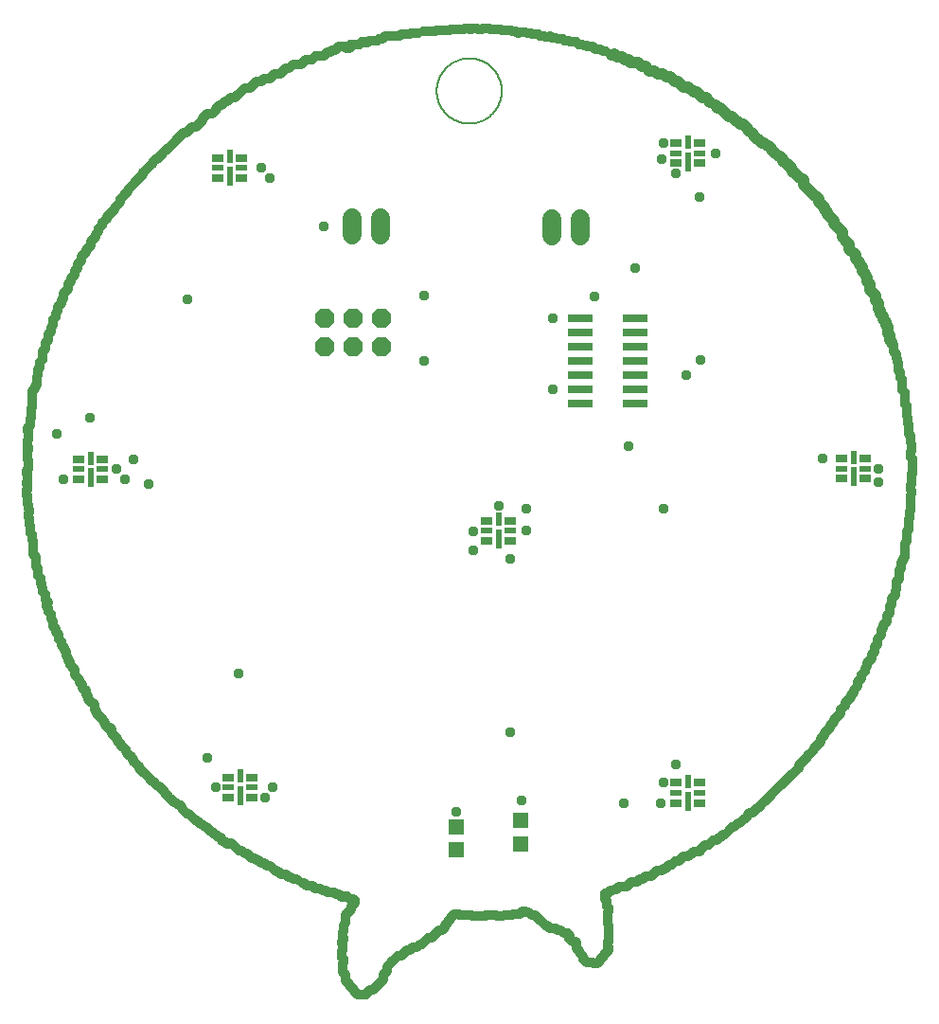
<source format=gts>
G75*
%MOIN*%
%OFA0B0*%
%FSLAX25Y25*%
%IPPOS*%
%LPD*%
%AMOC8*
5,1,8,0,0,1.08239X$1,22.5*
%
%ADD10C,0.04000*%
%ADD11C,0.03200*%
%ADD12C,0.00800*%
%ADD13R,0.08600X0.03000*%
%ADD14R,0.03950X0.02769*%
%ADD15R,0.03950X0.01981*%
%ADD16R,0.01981X0.04737*%
%ADD17R,0.01981X0.06706*%
%ADD18R,0.05524X0.05524*%
%ADD19C,0.06800*%
%ADD20OC8,0.06800*%
%ADD21C,0.03778*%
D10*
X0271455Y0316976D02*
X0271947Y0316976D01*
X0273177Y0315746D01*
X0273915Y0315746D01*
X0275146Y0314516D01*
X0275392Y0314516D01*
X0276376Y0313531D01*
X0276376Y0313285D01*
X0277360Y0312301D01*
X0277606Y0312301D01*
X0279083Y0310825D01*
X0279575Y0310825D01*
X0280559Y0309841D01*
X0280559Y0309348D01*
X0281789Y0308118D01*
X0282035Y0308118D01*
X0282774Y0307380D01*
X0282774Y0307134D01*
X0283020Y0307134D01*
X0284004Y0306150D01*
X0284004Y0305657D01*
X0284742Y0304919D01*
X0284988Y0304919D01*
X0286465Y0303443D01*
X0286957Y0303443D01*
X0287941Y0302459D01*
X0287941Y0300982D01*
X0289171Y0299752D01*
X0289171Y0299506D01*
X0291878Y0296799D01*
X0292124Y0296799D01*
X0293108Y0295815D01*
X0293108Y0295077D01*
X0295077Y0293108D01*
X0295323Y0293108D01*
X0295323Y0292124D01*
X0296061Y0291386D01*
X0296061Y0290648D01*
X0298522Y0288187D01*
X0298522Y0287203D01*
X0301474Y0284250D01*
X0301474Y0282528D01*
X0302951Y0281051D01*
X0302951Y0280805D01*
X0303935Y0279821D01*
X0303935Y0278344D01*
X0306150Y0276130D01*
X0306150Y0274900D01*
X0307380Y0273669D01*
X0307380Y0272931D01*
X0308364Y0271947D01*
X0308364Y0270470D01*
X0309348Y0269486D01*
X0309348Y0269240D01*
X0310333Y0268256D01*
X0310333Y0267026D01*
X0311317Y0266041D01*
X0311317Y0263827D01*
X0313285Y0261858D01*
X0313285Y0260136D01*
X0314270Y0259152D01*
X0314270Y0257183D01*
X0315008Y0256445D01*
X0315008Y0255707D01*
X0315992Y0254722D01*
X0315992Y0253492D01*
X0316976Y0252508D01*
X0316976Y0251524D01*
X0317469Y0251031D01*
X0317469Y0248571D01*
X0318207Y0247833D01*
X0318207Y0246356D01*
X0318945Y0245618D01*
X0318945Y0245126D01*
X0271455Y0316976D02*
X0270224Y0318207D01*
X0270224Y0318453D01*
X0268256Y0320421D01*
X0268256Y0320667D01*
X0266533Y0322390D01*
X0265549Y0322390D01*
X0264565Y0323374D01*
X0264073Y0323374D01*
X0262350Y0325096D01*
X0261366Y0325096D01*
X0258413Y0328049D01*
X0257429Y0328049D01*
X0256691Y0328787D01*
X0254969Y0330018D02*
X0253492Y0331494D01*
X0252262Y0331494D01*
X0250293Y0333463D01*
X0249063Y0333463D01*
X0247094Y0335431D01*
X0245618Y0335431D01*
X0243650Y0337400D01*
X0242419Y0337400D01*
X0240943Y0338876D01*
X0239467Y0338876D01*
X0238236Y0340106D01*
X0237498Y0340106D01*
X0237252Y0339860D01*
X0236514Y0339860D01*
X0235283Y0341091D01*
X0233561Y0341091D01*
X0232085Y0342567D01*
X0230854Y0342567D01*
X0229378Y0344043D01*
X0226917Y0344043D01*
X0226179Y0344781D01*
X0224949Y0344781D01*
X0223719Y0346012D01*
X0222242Y0346012D01*
X0221258Y0346996D01*
X0221012Y0346750D01*
X0220274Y0346750D01*
D11*
X0068945Y0081494D02*
X0070667Y0079772D01*
X0071159Y0079772D01*
X0073374Y0077557D01*
X0073620Y0077557D01*
X0074112Y0077065D01*
X0074358Y0077065D01*
X0075343Y0076081D01*
X0075835Y0076081D01*
X0077065Y0074850D01*
X0077557Y0074850D01*
X0078049Y0074358D01*
X0078049Y0074112D01*
X0079033Y0073128D01*
X0079526Y0073128D01*
X0080510Y0072144D01*
X0080756Y0072144D01*
X0081740Y0071159D01*
X0082478Y0071159D01*
X0082724Y0070913D01*
X0082724Y0070421D01*
X0083217Y0069929D01*
X0083955Y0069929D01*
X0084939Y0068945D01*
X0085185Y0069191D01*
X0086169Y0069191D01*
X0086907Y0068453D01*
X0087154Y0068453D01*
X0088876Y0066730D01*
X0089860Y0066730D01*
X0091091Y0065500D01*
X0091829Y0065500D01*
X0093551Y0063778D01*
X0094535Y0063778D01*
X0095028Y0063285D01*
X0095766Y0063285D01*
X0096750Y0062301D01*
X0097980Y0062301D01*
X0098965Y0061317D01*
X0099703Y0061317D01*
X0100195Y0060825D01*
X0100441Y0060825D01*
X0101179Y0060087D01*
X0101425Y0060087D01*
X0102163Y0059348D01*
X0102902Y0059348D01*
X0103886Y0058364D01*
X0105362Y0058364D01*
X0106346Y0057380D01*
X0107331Y0057380D01*
X0108069Y0056642D01*
X0109299Y0056642D01*
X0109791Y0056150D01*
X0111022Y0055411D02*
X0112006Y0055411D01*
X0112990Y0054427D01*
X0114713Y0054427D01*
X0115697Y0053443D01*
X0117419Y0053443D01*
X0118404Y0052459D01*
X0119634Y0052459D01*
X0120126Y0051967D01*
X0122587Y0051967D01*
X0123325Y0051228D01*
X0124309Y0051228D01*
X0125293Y0050244D01*
X0125785Y0050244D01*
X0126031Y0050490D01*
X0127262Y0050490D01*
X0128000Y0049752D01*
X0129230Y0049752D01*
X0129722Y0049260D01*
X0129722Y0048276D01*
X0128492Y0047045D01*
X0128492Y0046061D01*
X0126524Y0044093D01*
X0126524Y0041140D01*
X0125785Y0040402D01*
X0125785Y0038187D01*
X0125539Y0037941D01*
X0125539Y0036219D01*
X0125785Y0035972D01*
X0125785Y0035234D01*
X0125293Y0034742D01*
X0125293Y0034004D01*
X0125539Y0033758D01*
X0125539Y0031543D01*
X0125293Y0031297D01*
X0125293Y0029083D01*
X0125785Y0028591D01*
X0125785Y0027114D01*
X0125539Y0026868D01*
X0125539Y0023915D01*
X0126524Y0022931D01*
X0126524Y0020963D01*
X0128000Y0019486D01*
X0128000Y0019240D01*
X0129476Y0017764D01*
X0129476Y0017272D01*
X0130707Y0016041D01*
X0132429Y0016041D01*
X0132675Y0015795D01*
X0133659Y0015795D01*
X0133906Y0016041D01*
X0133906Y0016287D01*
X0135136Y0017518D01*
X0136120Y0017518D01*
X0139811Y0021209D01*
X0139811Y0022931D01*
X0141041Y0024161D01*
X0141041Y0025638D01*
X0142518Y0027114D01*
X0142518Y0027360D01*
X0143256Y0028098D01*
X0143502Y0028098D01*
X0144978Y0029575D01*
X0146209Y0029575D01*
X0148177Y0031543D01*
X0149161Y0031543D01*
X0150146Y0032528D01*
X0151622Y0032528D01*
X0152852Y0033758D01*
X0153344Y0033758D01*
X0155559Y0035972D01*
X0156789Y0035972D01*
X0159496Y0038679D01*
X0160480Y0038679D01*
X0161465Y0039663D01*
X0161465Y0040156D01*
X0162449Y0041140D01*
X0162449Y0041632D01*
X0163433Y0042616D01*
X0163433Y0043108D01*
X0163925Y0043600D01*
X0164171Y0043600D01*
X0164909Y0044339D01*
X0166386Y0044339D01*
X0166632Y0044093D01*
X0170815Y0044093D01*
X0171307Y0043600D01*
X0175736Y0043600D01*
X0175982Y0043846D01*
X0179673Y0043846D01*
X0179919Y0043600D01*
X0181888Y0043600D01*
X0182380Y0044093D01*
X0185333Y0044093D01*
X0185579Y0044339D01*
X0187793Y0044339D01*
X0188778Y0045323D01*
X0190008Y0045323D01*
X0190254Y0045077D01*
X0190992Y0045077D01*
X0192222Y0043846D01*
X0193207Y0043846D01*
X0195175Y0041878D01*
X0195421Y0041878D01*
X0196898Y0040402D01*
X0197636Y0040402D01*
X0198620Y0039417D01*
X0200343Y0039417D01*
X0201081Y0038679D01*
X0202311Y0038679D01*
X0203541Y0037449D01*
X0204772Y0037449D01*
X0205510Y0036711D01*
X0205510Y0035972D01*
X0205264Y0035726D01*
X0205264Y0035480D01*
X0205510Y0035480D01*
X0206494Y0034496D01*
X0207478Y0034496D01*
X0207724Y0034250D01*
X0207724Y0032281D01*
X0208709Y0031297D01*
X0208709Y0030805D01*
X0210185Y0029329D01*
X0210185Y0028344D01*
X0210431Y0028344D01*
X0211415Y0027360D01*
X0211907Y0027360D01*
X0212154Y0027114D01*
X0213630Y0027114D01*
X0213876Y0026868D01*
X0215106Y0026868D01*
X0216337Y0028098D01*
X0216337Y0028344D01*
X0217567Y0029575D01*
X0217567Y0030067D01*
X0219043Y0031543D01*
X0219043Y0032528D01*
X0218797Y0032774D01*
X0218797Y0034496D01*
X0219043Y0034742D01*
X0219043Y0038925D01*
X0219289Y0039171D01*
X0219289Y0040402D01*
X0218797Y0040894D01*
X0218797Y0045077D01*
X0219043Y0045323D01*
X0219043Y0046553D01*
X0218551Y0047045D01*
X0218551Y0049014D01*
X0217813Y0049752D01*
X0217813Y0051474D01*
X0218797Y0051474D01*
X0219781Y0052459D01*
X0220520Y0052459D01*
X0221012Y0052951D01*
X0221996Y0052951D01*
X0222980Y0053935D01*
X0225441Y0053935D01*
X0227163Y0055657D01*
X0229132Y0055657D01*
X0230116Y0056642D01*
X0231100Y0056642D01*
X0232085Y0057626D01*
X0234299Y0057626D01*
X0236268Y0059594D01*
X0237744Y0059594D01*
X0238482Y0060333D01*
X0239220Y0060333D01*
X0240451Y0061563D01*
X0241435Y0061563D01*
X0242665Y0062793D01*
X0243896Y0062793D01*
X0245618Y0064516D01*
X0247094Y0064516D01*
X0247833Y0065254D01*
X0248325Y0065254D01*
X0249309Y0066238D01*
X0251031Y0066238D01*
X0251524Y0066730D01*
X0251524Y0066976D01*
X0253246Y0068699D01*
X0254476Y0068699D01*
X0255953Y0070175D01*
X0257183Y0070175D01*
X0258167Y0071159D01*
X0258413Y0071159D01*
X0259398Y0072144D01*
X0260136Y0072144D01*
X0261366Y0073620D02*
X0262596Y0074850D01*
X0263335Y0074850D01*
X0264811Y0076327D01*
X0265303Y0076327D01*
X0267026Y0078049D01*
X0267518Y0078049D01*
X0268256Y0078787D01*
X0268256Y0079280D01*
X0268994Y0080018D01*
X0269732Y0080018D01*
X0271455Y0081740D01*
X0271947Y0081740D01*
X0272685Y0082478D01*
X0272685Y0082724D01*
X0273915Y0083955D01*
X0274161Y0083955D01*
X0276376Y0086169D01*
X0276376Y0086415D01*
X0279575Y0089614D01*
X0279821Y0089614D01*
X0283758Y0093551D01*
X0284004Y0093551D01*
X0286219Y0095766D01*
X0286219Y0096504D01*
X0289171Y0099457D01*
X0289171Y0099949D01*
X0289909Y0100687D01*
X0290156Y0100687D01*
X0291632Y0102163D01*
X0291632Y0102656D01*
X0293846Y0104870D01*
X0293846Y0105854D01*
X0295323Y0107331D01*
X0295323Y0108069D01*
X0297045Y0109791D01*
X0297045Y0110530D01*
X0298522Y0112006D01*
X0298522Y0112498D01*
X0300982Y0114959D01*
X0300982Y0116189D01*
X0302459Y0117665D01*
X0302459Y0118650D01*
X0304427Y0120618D01*
X0304427Y0121356D01*
X0305411Y0122341D01*
X0305411Y0123079D01*
X0306888Y0124555D01*
X0306888Y0126031D01*
X0308118Y0127262D01*
X0308118Y0128492D01*
X0309348Y0129722D01*
X0309348Y0130461D01*
X0310333Y0131445D01*
X0310333Y0132675D01*
X0311809Y0134152D01*
X0311809Y0135628D01*
X0312793Y0136612D01*
X0312793Y0138335D01*
X0313778Y0139319D01*
X0313778Y0141041D01*
X0315254Y0142518D01*
X0315254Y0144240D01*
X0315992Y0144978D01*
X0315992Y0145963D01*
X0317222Y0147193D01*
X0317222Y0149407D01*
X0318207Y0150392D01*
X0318207Y0152606D01*
X0318945Y0153344D01*
X0318945Y0155313D01*
X0320175Y0156543D01*
X0320175Y0158020D01*
X0320667Y0158512D01*
X0320667Y0161219D01*
X0321652Y0162203D01*
X0321652Y0165402D01*
X0322144Y0165894D01*
X0322144Y0167862D01*
X0322882Y0168600D01*
X0322882Y0169339D01*
X0323374Y0169831D01*
X0323374Y0174752D01*
X0324112Y0175490D01*
X0324112Y0178935D01*
X0324850Y0179673D01*
X0324850Y0183364D01*
X0325096Y0183610D01*
X0325096Y0186071D01*
X0325343Y0186317D01*
X0325343Y0191730D01*
X0325835Y0192222D01*
X0325835Y0193207D01*
X0325589Y0193453D01*
X0325589Y0195421D01*
X0325835Y0195667D01*
X0325835Y0199112D01*
X0326081Y0199358D01*
X0326081Y0204526D01*
X0325589Y0205018D01*
X0325589Y0206986D01*
X0325835Y0207232D01*
X0325835Y0209693D01*
X0325343Y0210185D01*
X0325343Y0212646D01*
X0324850Y0213138D01*
X0324850Y0216583D01*
X0324604Y0216829D01*
X0324604Y0219043D01*
X0324112Y0219535D01*
X0324112Y0223226D01*
X0323620Y0223719D01*
X0323620Y0224703D01*
X0323374Y0224949D01*
X0323374Y0227902D01*
X0322636Y0228640D01*
X0322636Y0230608D01*
X0322390Y0230854D01*
X0322390Y0232577D01*
X0321898Y0233069D01*
X0321898Y0235037D01*
X0321159Y0235776D01*
X0321159Y0238236D01*
X0320913Y0238482D01*
X0320913Y0239467D01*
X0320421Y0239959D01*
X0320421Y0241435D01*
X0319437Y0242419D01*
X0319437Y0244634D01*
X0318945Y0245126D01*
X0218305Y0347980D02*
X0217075Y0347980D01*
X0216337Y0348719D01*
X0214614Y0348719D01*
X0213630Y0349703D01*
X0211661Y0349703D01*
X0211415Y0349949D01*
X0210431Y0349949D01*
X0209939Y0350441D01*
X0208463Y0350441D01*
X0207724Y0351179D01*
X0205510Y0351179D01*
X0205018Y0351671D01*
X0203541Y0351671D01*
X0203049Y0352163D01*
X0201081Y0352163D01*
X0200589Y0352656D01*
X0199112Y0352656D01*
X0198620Y0353148D01*
X0198374Y0352902D01*
X0196898Y0352902D01*
X0196406Y0353394D01*
X0194929Y0353394D01*
X0194437Y0353886D01*
X0192222Y0353886D01*
X0191976Y0354132D01*
X0190500Y0354132D01*
X0190008Y0354624D01*
X0187793Y0354624D01*
X0187547Y0354378D01*
X0187055Y0354378D01*
X0186563Y0354870D01*
X0185087Y0354870D01*
X0184841Y0355116D01*
X0183610Y0355116D01*
X0183364Y0355362D01*
X0181396Y0355362D01*
X0181150Y0355608D01*
X0177459Y0355608D01*
X0177213Y0355854D01*
X0174752Y0355854D01*
X0174506Y0355608D01*
X0173030Y0355608D01*
X0172783Y0355854D01*
X0171061Y0355854D01*
X0170815Y0355608D01*
X0170323Y0355608D01*
X0170077Y0355854D01*
X0168354Y0355854D01*
X0168108Y0355608D01*
X0163433Y0355608D01*
X0163187Y0355362D01*
X0161465Y0355362D01*
X0161219Y0355116D01*
X0158512Y0355116D01*
X0158266Y0354870D01*
X0153837Y0354870D01*
X0152114Y0354378D02*
X0149654Y0354378D01*
X0149161Y0353886D01*
X0146209Y0353886D01*
X0145470Y0353148D01*
X0140549Y0353148D01*
X0139565Y0352163D01*
X0138335Y0352163D01*
X0137843Y0351671D01*
X0134890Y0351671D01*
X0134152Y0350933D01*
X0133659Y0350933D01*
X0133413Y0351179D01*
X0132183Y0351179D01*
X0131445Y0350441D01*
X0128246Y0350441D01*
X0128738Y0349949D01*
X0128738Y0349703D01*
X0128000Y0348965D01*
X0126770Y0348965D01*
X0126278Y0349457D01*
X0124063Y0349457D01*
X0122833Y0348226D01*
X0121848Y0348226D01*
X0121110Y0347488D01*
X0120126Y0347488D01*
X0118896Y0346258D01*
X0115943Y0346258D01*
X0114713Y0345028D01*
X0112498Y0345028D01*
X0110776Y0343305D01*
X0108069Y0343305D01*
X0106593Y0341829D01*
X0105362Y0341829D01*
X0103640Y0340106D01*
X0101671Y0340106D01*
X0099703Y0338138D01*
X0097734Y0338138D01*
X0096750Y0337154D01*
X0095028Y0337154D01*
X0092813Y0334939D01*
X0091091Y0334939D01*
X0088630Y0332478D01*
X0088384Y0332478D01*
X0087400Y0331494D01*
X0086169Y0331494D01*
X0084939Y0330264D01*
X0084201Y0330264D01*
X0082970Y0329033D01*
X0082232Y0329033D01*
X0080756Y0327557D01*
X0080756Y0327065D01*
X0079526Y0325835D01*
X0077803Y0325835D01*
X0076081Y0324112D01*
X0076081Y0323620D01*
X0073866Y0321406D01*
X0072636Y0321406D01*
X0070421Y0319191D01*
X0069437Y0319191D01*
X0066976Y0316730D01*
X0066976Y0316484D01*
X0064516Y0314024D01*
X0064270Y0314024D01*
X0063285Y0313039D01*
X0063039Y0313039D01*
X0062301Y0312301D01*
X0062301Y0311809D01*
X0060333Y0309841D01*
X0059594Y0309841D01*
X0058364Y0308610D01*
X0058364Y0308364D01*
X0055165Y0305165D01*
X0055165Y0304673D01*
X0052213Y0301720D01*
X0052213Y0301474D01*
X0049752Y0299014D01*
X0049752Y0298522D01*
X0048522Y0297291D01*
X0048522Y0297045D01*
X0047291Y0295815D01*
X0047291Y0294831D01*
X0045077Y0292616D01*
X0045077Y0292370D01*
X0042370Y0289663D01*
X0042370Y0288925D01*
X0040894Y0287449D01*
X0040894Y0286711D01*
X0039663Y0285480D01*
X0039663Y0284496D01*
X0038433Y0283266D01*
X0038433Y0282528D01*
X0036957Y0281051D01*
X0036957Y0279575D01*
X0035234Y0277852D01*
X0035234Y0277360D01*
X0033512Y0275638D01*
X0033512Y0274407D01*
X0032035Y0272931D01*
X0032035Y0271455D01*
X0031051Y0270470D01*
X0031051Y0269240D01*
X0029821Y0268010D01*
X0029821Y0266780D01*
X0028837Y0265795D01*
X0028837Y0264319D01*
X0027114Y0262596D01*
X0027114Y0260874D01*
X0026376Y0260136D01*
X0026376Y0259152D01*
X0025146Y0257921D01*
X0025146Y0256445D01*
X0024407Y0255707D01*
X0024407Y0254230D01*
X0023669Y0253492D01*
X0023669Y0251524D01*
X0022685Y0250539D01*
X0022685Y0249309D01*
X0021701Y0248325D01*
X0021701Y0246356D01*
X0020717Y0245372D01*
X0020717Y0243157D01*
X0019732Y0242173D01*
X0019732Y0239220D01*
X0018994Y0238482D01*
X0018994Y0236760D01*
X0018256Y0236022D01*
X0018256Y0233807D01*
X0017764Y0233315D01*
X0017764Y0230608D01*
X0017026Y0229870D01*
X0017026Y0229132D01*
X0016287Y0228394D01*
X0016287Y0224211D01*
X0016041Y0223965D01*
X0016041Y0222488D01*
X0015795Y0222242D01*
X0015795Y0218797D01*
X0015549Y0218551D01*
X0015549Y0216337D01*
X0014565Y0215352D01*
X0014565Y0214368D01*
X0014811Y0214122D01*
X0014811Y0211169D01*
X0014565Y0210923D01*
X0014565Y0208955D01*
X0014811Y0208709D01*
X0014811Y0207724D01*
X0014565Y0207478D01*
X0014565Y0204280D01*
X0014811Y0204033D01*
X0014811Y0200835D01*
X0014319Y0200343D01*
X0014319Y0199112D01*
X0014565Y0198866D01*
X0014565Y0196652D01*
X0014319Y0196406D01*
X0014319Y0195667D01*
X0014565Y0195421D01*
X0014565Y0193699D01*
X0014319Y0193453D01*
X0014319Y0191730D01*
X0014565Y0191484D01*
X0014565Y0188531D01*
X0014811Y0188285D01*
X0014811Y0186809D01*
X0015057Y0186563D01*
X0015057Y0185579D01*
X0014811Y0185333D01*
X0014811Y0184102D01*
X0015303Y0183610D01*
X0015303Y0182872D01*
X0015057Y0182626D01*
X0015057Y0181396D01*
X0015549Y0180904D01*
X0015549Y0178443D01*
X0016041Y0177951D01*
X0016041Y0175982D01*
X0016533Y0175490D01*
X0016533Y0171061D01*
X0017518Y0170077D01*
X0017518Y0166632D01*
X0018256Y0165894D01*
X0018256Y0163433D01*
X0019240Y0162449D01*
X0019240Y0160726D01*
X0019486Y0160480D01*
X0019486Y0159496D01*
X0019978Y0159004D01*
X0019978Y0157528D01*
X0020717Y0156789D01*
X0020717Y0155067D01*
X0021701Y0154083D01*
X0021209Y0153591D01*
X0021209Y0152606D01*
X0021947Y0151868D01*
X0021947Y0150638D01*
X0022685Y0149900D01*
X0022685Y0148177D01*
X0023423Y0147439D01*
X0023423Y0145717D01*
X0024654Y0144486D01*
X0024654Y0143502D01*
X0025638Y0142518D01*
X0025638Y0141041D01*
X0026376Y0140303D01*
X0026376Y0139073D01*
X0027360Y0138089D01*
X0027360Y0137350D01*
X0028098Y0136612D01*
X0028098Y0135136D01*
X0028837Y0134398D01*
X0028837Y0133659D01*
X0029575Y0132921D01*
X0029575Y0131937D01*
X0030067Y0131445D01*
X0030067Y0131199D01*
X0031051Y0130215D01*
X0031051Y0128492D01*
X0032774Y0126770D01*
X0032774Y0126031D01*
X0033758Y0125047D01*
X0033758Y0123817D01*
X0034250Y0123325D01*
X0034742Y0123325D01*
X0035234Y0122833D01*
X0035234Y0121602D01*
X0035972Y0120864D01*
X0035972Y0119880D01*
X0037203Y0118650D01*
X0037449Y0118650D01*
X0038187Y0117911D01*
X0038187Y0116435D01*
X0038925Y0115697D01*
X0038925Y0114959D01*
X0041140Y0112744D01*
X0041140Y0112252D01*
X0041878Y0111514D01*
X0041878Y0111022D01*
X0043600Y0109299D01*
X0043600Y0109791D01*
X0044093Y0109299D01*
X0044093Y0107823D01*
X0045077Y0106839D01*
X0045323Y0106839D01*
X0046307Y0105854D01*
X0046307Y0105116D01*
X0047537Y0103886D01*
X0047537Y0103394D01*
X0048030Y0102902D01*
X0048276Y0102902D01*
X0049014Y0102163D01*
X0049014Y0101671D01*
X0049506Y0101179D01*
X0049506Y0100933D01*
X0050490Y0099949D01*
X0050736Y0099949D01*
X0051228Y0099457D01*
X0051228Y0099211D01*
X0051967Y0098472D01*
X0051967Y0097980D01*
X0053689Y0096258D01*
X0053689Y0095766D01*
X0055657Y0093797D01*
X0055904Y0093797D01*
X0057626Y0092075D01*
X0057626Y0091829D01*
X0058364Y0091091D01*
X0058856Y0091091D01*
X0059594Y0090352D01*
X0059594Y0090106D01*
X0060579Y0089122D01*
X0060825Y0089122D01*
X0062793Y0087154D01*
X0062793Y0086907D01*
X0063531Y0086169D01*
X0063778Y0086169D01*
X0064270Y0085677D01*
X0064270Y0085431D01*
X0064762Y0084939D01*
X0065008Y0084939D01*
X0066238Y0083709D01*
X0066484Y0083709D01*
X0067715Y0082478D01*
X0068453Y0082478D01*
X0068945Y0081986D01*
X0068945Y0081494D01*
D12*
X0158617Y0333955D02*
X0158620Y0334236D01*
X0158631Y0334517D01*
X0158648Y0334798D01*
X0158672Y0335078D01*
X0158703Y0335358D01*
X0158741Y0335637D01*
X0158786Y0335914D01*
X0158837Y0336191D01*
X0158895Y0336466D01*
X0158960Y0336740D01*
X0159032Y0337012D01*
X0159110Y0337282D01*
X0159195Y0337550D01*
X0159287Y0337816D01*
X0159385Y0338079D01*
X0159489Y0338341D01*
X0159600Y0338599D01*
X0159717Y0338855D01*
X0159841Y0339108D01*
X0159970Y0339357D01*
X0160106Y0339604D01*
X0160247Y0339847D01*
X0160395Y0340086D01*
X0160548Y0340322D01*
X0160707Y0340554D01*
X0160872Y0340782D01*
X0161043Y0341006D01*
X0161218Y0341225D01*
X0161399Y0341440D01*
X0161586Y0341651D01*
X0161777Y0341857D01*
X0161974Y0342058D01*
X0162175Y0342255D01*
X0162381Y0342446D01*
X0162592Y0342633D01*
X0162807Y0342814D01*
X0163026Y0342989D01*
X0163250Y0343160D01*
X0163478Y0343325D01*
X0163710Y0343484D01*
X0163946Y0343637D01*
X0164185Y0343785D01*
X0164428Y0343926D01*
X0164675Y0344062D01*
X0164924Y0344191D01*
X0165177Y0344315D01*
X0165433Y0344432D01*
X0165691Y0344543D01*
X0165953Y0344647D01*
X0166216Y0344745D01*
X0166482Y0344837D01*
X0166750Y0344922D01*
X0167020Y0345000D01*
X0167292Y0345072D01*
X0167566Y0345137D01*
X0167841Y0345195D01*
X0168118Y0345246D01*
X0168395Y0345291D01*
X0168674Y0345329D01*
X0168954Y0345360D01*
X0169234Y0345384D01*
X0169515Y0345401D01*
X0169796Y0345412D01*
X0170077Y0345415D01*
X0170358Y0345412D01*
X0170639Y0345401D01*
X0170920Y0345384D01*
X0171200Y0345360D01*
X0171480Y0345329D01*
X0171759Y0345291D01*
X0172036Y0345246D01*
X0172313Y0345195D01*
X0172588Y0345137D01*
X0172862Y0345072D01*
X0173134Y0345000D01*
X0173404Y0344922D01*
X0173672Y0344837D01*
X0173938Y0344745D01*
X0174201Y0344647D01*
X0174463Y0344543D01*
X0174721Y0344432D01*
X0174977Y0344315D01*
X0175230Y0344191D01*
X0175479Y0344062D01*
X0175726Y0343926D01*
X0175969Y0343785D01*
X0176208Y0343637D01*
X0176444Y0343484D01*
X0176676Y0343325D01*
X0176904Y0343160D01*
X0177128Y0342989D01*
X0177347Y0342814D01*
X0177562Y0342633D01*
X0177773Y0342446D01*
X0177979Y0342255D01*
X0178180Y0342058D01*
X0178377Y0341857D01*
X0178568Y0341651D01*
X0178755Y0341440D01*
X0178936Y0341225D01*
X0179111Y0341006D01*
X0179282Y0340782D01*
X0179447Y0340554D01*
X0179606Y0340322D01*
X0179759Y0340086D01*
X0179907Y0339847D01*
X0180048Y0339604D01*
X0180184Y0339357D01*
X0180313Y0339108D01*
X0180437Y0338855D01*
X0180554Y0338599D01*
X0180665Y0338341D01*
X0180769Y0338079D01*
X0180867Y0337816D01*
X0180959Y0337550D01*
X0181044Y0337282D01*
X0181122Y0337012D01*
X0181194Y0336740D01*
X0181259Y0336466D01*
X0181317Y0336191D01*
X0181368Y0335914D01*
X0181413Y0335637D01*
X0181451Y0335358D01*
X0181482Y0335078D01*
X0181506Y0334798D01*
X0181523Y0334517D01*
X0181534Y0334236D01*
X0181537Y0333955D01*
X0181534Y0333674D01*
X0181523Y0333393D01*
X0181506Y0333112D01*
X0181482Y0332832D01*
X0181451Y0332552D01*
X0181413Y0332273D01*
X0181368Y0331996D01*
X0181317Y0331719D01*
X0181259Y0331444D01*
X0181194Y0331170D01*
X0181122Y0330898D01*
X0181044Y0330628D01*
X0180959Y0330360D01*
X0180867Y0330094D01*
X0180769Y0329831D01*
X0180665Y0329569D01*
X0180554Y0329311D01*
X0180437Y0329055D01*
X0180313Y0328802D01*
X0180184Y0328553D01*
X0180048Y0328306D01*
X0179907Y0328063D01*
X0179759Y0327824D01*
X0179606Y0327588D01*
X0179447Y0327356D01*
X0179282Y0327128D01*
X0179111Y0326904D01*
X0178936Y0326685D01*
X0178755Y0326470D01*
X0178568Y0326259D01*
X0178377Y0326053D01*
X0178180Y0325852D01*
X0177979Y0325655D01*
X0177773Y0325464D01*
X0177562Y0325277D01*
X0177347Y0325096D01*
X0177128Y0324921D01*
X0176904Y0324750D01*
X0176676Y0324585D01*
X0176444Y0324426D01*
X0176208Y0324273D01*
X0175969Y0324125D01*
X0175726Y0323984D01*
X0175479Y0323848D01*
X0175230Y0323719D01*
X0174977Y0323595D01*
X0174721Y0323478D01*
X0174463Y0323367D01*
X0174201Y0323263D01*
X0173938Y0323165D01*
X0173672Y0323073D01*
X0173404Y0322988D01*
X0173134Y0322910D01*
X0172862Y0322838D01*
X0172588Y0322773D01*
X0172313Y0322715D01*
X0172036Y0322664D01*
X0171759Y0322619D01*
X0171480Y0322581D01*
X0171200Y0322550D01*
X0170920Y0322526D01*
X0170639Y0322509D01*
X0170358Y0322498D01*
X0170077Y0322495D01*
X0169796Y0322498D01*
X0169515Y0322509D01*
X0169234Y0322526D01*
X0168954Y0322550D01*
X0168674Y0322581D01*
X0168395Y0322619D01*
X0168118Y0322664D01*
X0167841Y0322715D01*
X0167566Y0322773D01*
X0167292Y0322838D01*
X0167020Y0322910D01*
X0166750Y0322988D01*
X0166482Y0323073D01*
X0166216Y0323165D01*
X0165953Y0323263D01*
X0165691Y0323367D01*
X0165433Y0323478D01*
X0165177Y0323595D01*
X0164924Y0323719D01*
X0164675Y0323848D01*
X0164428Y0323984D01*
X0164185Y0324125D01*
X0163946Y0324273D01*
X0163710Y0324426D01*
X0163478Y0324585D01*
X0163250Y0324750D01*
X0163026Y0324921D01*
X0162807Y0325096D01*
X0162592Y0325277D01*
X0162381Y0325464D01*
X0162175Y0325655D01*
X0161974Y0325852D01*
X0161777Y0326053D01*
X0161586Y0326259D01*
X0161399Y0326470D01*
X0161218Y0326685D01*
X0161043Y0326904D01*
X0160872Y0327128D01*
X0160707Y0327356D01*
X0160548Y0327588D01*
X0160395Y0327824D01*
X0160247Y0328063D01*
X0160106Y0328306D01*
X0159970Y0328553D01*
X0159841Y0328802D01*
X0159717Y0329055D01*
X0159600Y0329311D01*
X0159489Y0329569D01*
X0159385Y0329831D01*
X0159287Y0330094D01*
X0159195Y0330360D01*
X0159110Y0330628D01*
X0159032Y0330898D01*
X0158960Y0331170D01*
X0158895Y0331444D01*
X0158837Y0331719D01*
X0158786Y0331996D01*
X0158741Y0332273D01*
X0158703Y0332552D01*
X0158672Y0332832D01*
X0158648Y0333112D01*
X0158631Y0333393D01*
X0158620Y0333674D01*
X0158617Y0333955D01*
D13*
X0209186Y0254033D03*
X0209186Y0249033D03*
X0209186Y0244033D03*
X0209186Y0239033D03*
X0209186Y0234033D03*
X0209186Y0229033D03*
X0209186Y0224033D03*
X0228586Y0224033D03*
X0228586Y0229033D03*
X0228586Y0234033D03*
X0228586Y0239033D03*
X0228586Y0244033D03*
X0228586Y0249033D03*
X0228586Y0254033D03*
D14*
X0242961Y0308512D03*
X0242961Y0315598D03*
X0251228Y0315598D03*
X0251228Y0308512D03*
X0301278Y0204624D03*
X0301278Y0197537D03*
X0309545Y0197537D03*
X0309545Y0204624D03*
X0251228Y0090451D03*
X0251228Y0083364D03*
X0242961Y0083364D03*
X0242961Y0090451D03*
X0184545Y0175638D03*
X0184545Y0182724D03*
X0176278Y0182724D03*
X0176278Y0175638D03*
X0093502Y0092419D03*
X0093502Y0085333D03*
X0085234Y0085333D03*
X0085234Y0092419D03*
X0040844Y0197291D03*
X0040844Y0204378D03*
X0032577Y0204378D03*
X0032577Y0197291D03*
X0081543Y0303344D03*
X0081543Y0310431D03*
X0089811Y0310431D03*
X0089811Y0303344D03*
D15*
X0089811Y0306888D03*
X0081543Y0306888D03*
X0040844Y0200835D03*
X0032577Y0200835D03*
X0085234Y0088876D03*
X0093502Y0088876D03*
X0176278Y0179181D03*
X0184545Y0179181D03*
X0242961Y0086907D03*
X0251228Y0086907D03*
X0301278Y0201081D03*
X0309545Y0201081D03*
X0251228Y0312055D03*
X0242961Y0312055D03*
D16*
X0247094Y0315992D03*
X0305411Y0205018D03*
X0247094Y0090844D03*
X0180411Y0183118D03*
X0089368Y0092813D03*
X0036711Y0204772D03*
X0085677Y0310825D03*
D17*
X0085677Y0303935D03*
X0036711Y0197882D03*
X0089368Y0085923D03*
X0180411Y0176228D03*
X0247094Y0083955D03*
X0305411Y0198128D03*
X0247094Y0309102D03*
D18*
X0188285Y0077262D03*
X0188285Y0068994D03*
X0165402Y0066780D03*
X0165402Y0075047D03*
D19*
X0138906Y0283219D02*
X0138906Y0289219D01*
X0128906Y0289219D02*
X0128906Y0283219D01*
X0199033Y0282972D02*
X0199033Y0288972D01*
X0209033Y0288972D02*
X0209033Y0282972D01*
D20*
X0139230Y0254063D03*
X0129230Y0254063D03*
X0119230Y0254063D03*
X0119230Y0244063D03*
X0129230Y0244063D03*
X0139230Y0244063D03*
D21*
X0154112Y0239024D03*
X0154240Y0261799D03*
X0118896Y0286219D03*
X0099988Y0303384D03*
X0096789Y0306839D03*
X0070943Y0260520D03*
X0036652Y0218807D03*
X0025008Y0213305D03*
X0027183Y0197183D03*
X0045864Y0200894D03*
X0048807Y0197183D03*
X0051878Y0204378D03*
X0057252Y0195648D03*
X0088728Y0128856D03*
X0077980Y0099171D03*
X0080923Y0088935D03*
X0098197Y0085352D03*
X0100756Y0088807D03*
X0165500Y0080362D03*
X0188531Y0084329D03*
X0184437Y0108384D03*
X0224358Y0083305D03*
X0237409Y0083433D03*
X0238561Y0090598D03*
X0242911Y0096868D03*
X0184565Y0169161D03*
X0190195Y0179270D03*
X0190195Y0186947D03*
X0180598Y0187970D03*
X0171514Y0179014D03*
X0171514Y0172232D03*
X0199535Y0229043D03*
X0199604Y0253984D03*
X0214122Y0261543D03*
X0228640Y0271701D03*
X0251228Y0296602D03*
X0242911Y0305048D03*
X0237793Y0309781D03*
X0238561Y0315539D03*
X0256730Y0311957D03*
X0251356Y0239152D03*
X0246494Y0233906D03*
X0226278Y0209083D03*
X0238561Y0186947D03*
X0294604Y0204732D03*
X0314181Y0201022D03*
X0314309Y0196159D03*
M02*

</source>
